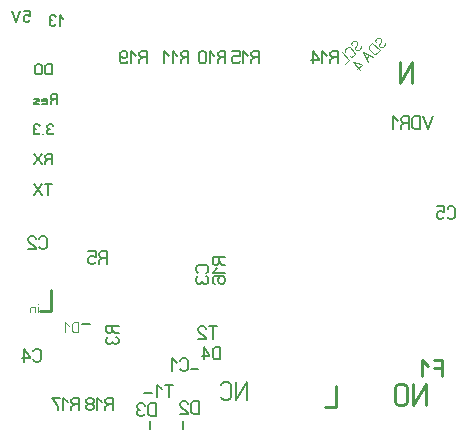
<source format=gbr>
%FSLAX32Y32*%
%MOMM*%
%LNBESTUECKUNG1*%
G71*
G01*
%ADD10C, 0.24*%
%ADD11C, 0.11*%
%ADD12C, 0.13*%
%ADD13C, 0.22*%
%ADD14C, 0.19*%
%ADD15C, 0.16*%
%LPD*%
G54D10*
X7363Y4242D02*
X7363Y4375D01*
X7293Y4375D01*
G54D10*
X7363Y4308D02*
X7293Y4308D01*
G54D10*
X7246Y4325D02*
X7196Y4375D01*
X7196Y4242D01*
G54D11*
X4283Y4609D02*
X4283Y4698D01*
X4249Y4698D01*
X4236Y4692D01*
X4229Y4681D01*
X4229Y4626D01*
X4236Y4615D01*
X4249Y4609D01*
X4283Y4609D01*
G54D11*
X4206Y4665D02*
X4172Y4698D01*
X4172Y4609D01*
G54D12*
X4571Y4633D02*
X4585Y4609D01*
X4598Y4601D01*
X4625Y4601D01*
G54D12*
X4625Y4665D02*
X4518Y4665D01*
X4518Y4625D01*
X4525Y4609D01*
X4538Y4601D01*
X4551Y4601D01*
X4565Y4609D01*
X4571Y4625D01*
X4571Y4665D01*
G54D12*
X4538Y4572D02*
X4525Y4564D01*
X4518Y4548D01*
X4518Y4532D01*
X4525Y4516D01*
X4538Y4508D01*
X4551Y4508D01*
X4565Y4516D01*
X4571Y4532D01*
X4578Y4516D01*
X4591Y4508D01*
X4605Y4508D01*
X4618Y4516D01*
X4625Y4532D01*
X4625Y4548D01*
X4618Y4564D01*
X4605Y4572D01*
G54D12*
X5148Y4303D02*
X5156Y4290D01*
X5172Y4283D01*
X5188Y4283D01*
X5204Y4290D01*
X5212Y4303D01*
X5212Y4370D01*
X5204Y4383D01*
X5188Y4390D01*
X5172Y4390D01*
X5156Y4383D01*
X5148Y4370D01*
G54D12*
X5119Y4350D02*
X5079Y4390D01*
X5079Y4283D01*
G54D12*
X5052Y4061D02*
X5052Y4168D01*
G54D12*
X5084Y4168D02*
X5020Y4168D01*
G54D12*
X4991Y4128D02*
X4951Y4168D01*
X4951Y4061D01*
G54D13*
X7111Y6724D02*
X7111Y6902D01*
X7004Y6724D01*
X7004Y6902D01*
G54D12*
X5426Y4553D02*
X5426Y4660D01*
G54D12*
X5458Y4660D02*
X5394Y4660D01*
G54D12*
X5301Y4553D02*
X5365Y4553D01*
X5365Y4560D01*
X5357Y4573D01*
X5309Y4613D01*
X5301Y4627D01*
X5301Y4640D01*
X5309Y4653D01*
X5325Y4660D01*
X5341Y4660D01*
X5357Y4653D01*
X5365Y4640D01*
G54D12*
X7286Y6438D02*
X7246Y6331D01*
X7206Y6438D01*
G54D12*
X7177Y6331D02*
X7177Y6438D01*
X7137Y6438D01*
X7121Y6431D01*
X7113Y6418D01*
X7113Y6351D01*
X7121Y6338D01*
X7137Y6331D01*
X7177Y6331D01*
G54D12*
X7052Y6385D02*
X7028Y6371D01*
X7020Y6358D01*
X7020Y6331D01*
G54D12*
X7084Y6331D02*
X7084Y6438D01*
X7044Y6438D01*
X7028Y6431D01*
X7020Y6418D01*
X7020Y6405D01*
X7028Y6391D01*
X7044Y6385D01*
X7084Y6385D01*
G54D12*
X6991Y6398D02*
X6951Y6438D01*
X6951Y6331D01*
G54D12*
X5475Y5215D02*
X5488Y5191D01*
X5501Y5183D01*
X5528Y5183D01*
G54D12*
X5528Y5247D02*
X5421Y5247D01*
X5421Y5207D01*
X5428Y5191D01*
X5441Y5183D01*
X5455Y5183D01*
X5468Y5191D01*
X5475Y5207D01*
X5475Y5247D01*
G54D12*
X5461Y5154D02*
X5421Y5114D01*
X5528Y5114D01*
G54D12*
X5441Y5021D02*
X5428Y5029D01*
X5421Y5045D01*
X5421Y5061D01*
X5428Y5077D01*
X5441Y5085D01*
X5475Y5085D01*
X5481Y5085D01*
X5468Y5061D01*
X5468Y5045D01*
X5475Y5029D01*
X5488Y5021D01*
X5508Y5021D01*
X5521Y5029D01*
X5528Y5045D01*
X5528Y5061D01*
X5521Y5077D01*
X5508Y5085D01*
X5475Y5085D01*
G54D12*
X5365Y5114D02*
X5379Y5122D01*
X5385Y5138D01*
X5385Y5154D01*
X5379Y5170D01*
X5365Y5178D01*
X5299Y5178D01*
X5285Y5170D01*
X5279Y5154D01*
X5279Y5138D01*
X5285Y5122D01*
X5299Y5114D01*
G54D12*
X5299Y5085D02*
X5285Y5077D01*
X5279Y5061D01*
X5279Y5045D01*
X5285Y5029D01*
X5299Y5021D01*
X5312Y5021D01*
X5325Y5029D01*
X5332Y5045D01*
X5339Y5029D01*
X5352Y5021D01*
X5365Y5021D01*
X5379Y5029D01*
X5385Y5045D01*
X5385Y5061D01*
X5379Y5077D01*
X5365Y5085D01*
G54D12*
X4840Y4093D02*
X4904Y4093D01*
G54D12*
X4256Y4003D02*
X4232Y3990D01*
X4224Y3977D01*
X4224Y3950D01*
G54D12*
X4288Y3950D02*
X4288Y4057D01*
X4248Y4057D01*
X4232Y4050D01*
X4224Y4037D01*
X4224Y4023D01*
X4232Y4010D01*
X4248Y4003D01*
X4288Y4003D01*
G54D12*
X4195Y4017D02*
X4155Y4057D01*
X4155Y3950D01*
G54D12*
X4126Y4057D02*
X4062Y4057D01*
X4070Y4043D01*
X4086Y4023D01*
X4102Y3997D01*
X4110Y3977D01*
X4110Y3950D01*
G54D12*
X3901Y4383D02*
X3909Y4369D01*
X3925Y4363D01*
X3941Y4363D01*
X3957Y4369D01*
X3965Y4383D01*
X3965Y4449D01*
X3957Y4463D01*
X3941Y4469D01*
X3925Y4469D01*
X3909Y4463D01*
X3901Y4449D01*
G54D12*
X3824Y4363D02*
X3824Y4469D01*
X3872Y4403D01*
X3872Y4389D01*
X3808Y4389D01*
G54D12*
X7410Y5589D02*
X7418Y5576D01*
X7434Y5569D01*
X7450Y5569D01*
X7466Y5576D01*
X7474Y5589D01*
X7474Y5656D01*
X7466Y5669D01*
X7450Y5676D01*
X7434Y5676D01*
X7418Y5669D01*
X7410Y5656D01*
G54D12*
X7317Y5676D02*
X7381Y5676D01*
X7381Y5629D01*
X7373Y5629D01*
X7357Y5636D01*
X7341Y5636D01*
X7325Y5629D01*
X7317Y5616D01*
X7317Y5589D01*
X7325Y5576D01*
X7341Y5569D01*
X7357Y5569D01*
X7373Y5576D01*
X7381Y5589D01*
G54D13*
X6465Y4155D02*
X6465Y3978D01*
X6372Y3978D01*
G54D13*
X7224Y3994D02*
X7224Y4172D01*
X7117Y3994D01*
X7117Y4172D01*
G54D13*
X6961Y4138D02*
X6961Y4027D01*
X6975Y4005D01*
X7001Y3994D01*
X7028Y3994D01*
X7055Y4005D01*
X7068Y4027D01*
X7068Y4138D01*
X7055Y4161D01*
X7028Y4172D01*
X7001Y4172D01*
X6975Y4161D01*
X6961Y4138D01*
G54D14*
X5713Y4039D02*
X5713Y4190D01*
X5622Y4039D01*
X5622Y4190D01*
G54D14*
X5489Y4067D02*
X5501Y4049D01*
X5523Y4039D01*
X5546Y4039D01*
X5569Y4049D01*
X5580Y4067D01*
X5580Y4162D01*
X5569Y4181D01*
X5546Y4190D01*
X5523Y4190D01*
X5501Y4181D01*
X5489Y4162D01*
G54D12*
X5486Y4381D02*
X5486Y4488D01*
X5446Y4488D01*
X5430Y4481D01*
X5422Y4468D01*
X5422Y4401D01*
X5430Y4388D01*
X5446Y4381D01*
X5486Y4381D01*
G54D12*
X5345Y4381D02*
X5345Y4488D01*
X5393Y4421D01*
X5393Y4408D01*
X5329Y4408D01*
G54D12*
X5237Y4299D02*
X5301Y4299D01*
G54D12*
X4891Y3794D02*
X4891Y3858D01*
G54D12*
X4316Y4680D02*
X4380Y4680D01*
G54D12*
X4543Y4003D02*
X4519Y3990D01*
X4511Y3977D01*
X4511Y3950D01*
G54D12*
X4575Y3950D02*
X4575Y4057D01*
X4535Y4057D01*
X4519Y4050D01*
X4511Y4037D01*
X4511Y4023D01*
X4519Y4010D01*
X4535Y4003D01*
X4575Y4003D01*
G54D12*
X4482Y4017D02*
X4442Y4057D01*
X4442Y3950D01*
G54D12*
X4373Y4003D02*
X4389Y4003D01*
X4405Y4010D01*
X4413Y4023D01*
X4413Y4037D01*
X4405Y4050D01*
X4389Y4057D01*
X4373Y4057D01*
X4357Y4050D01*
X4349Y4037D01*
X4349Y4023D01*
X4357Y4010D01*
X4373Y4003D01*
X4357Y3997D01*
X4349Y3983D01*
X4349Y3970D01*
X4357Y3957D01*
X4373Y3950D01*
X4389Y3950D01*
X4405Y3957D01*
X4413Y3970D01*
X4413Y3983D01*
X4405Y3997D01*
X4389Y4003D01*
G54D12*
X5174Y3794D02*
X5174Y3858D01*
G54D15*
X4031Y5777D02*
X4031Y5866D01*
G54D15*
X4058Y5866D02*
X4004Y5866D01*
G54D15*
X3974Y5866D02*
X3907Y5777D01*
G54D15*
X3974Y5777D02*
X3907Y5866D01*
G54D15*
X4031Y6076D02*
X4011Y6065D01*
X4004Y6054D01*
X4004Y6032D01*
G54D15*
X4058Y6032D02*
X4058Y6121D01*
X4024Y6121D01*
X4011Y6115D01*
X4004Y6104D01*
X4004Y6093D01*
X4011Y6082D01*
X4024Y6076D01*
X4058Y6076D01*
G54D15*
X3974Y6121D02*
X3907Y6032D01*
G54D15*
X3974Y6032D02*
X3907Y6121D01*
G54D15*
X4073Y6358D02*
X4066Y6369D01*
X4053Y6375D01*
X4040Y6375D01*
X4026Y6369D01*
X4020Y6358D01*
X4020Y6347D01*
X4026Y6336D01*
X4040Y6330D01*
X4026Y6325D01*
X4020Y6313D01*
X4020Y6302D01*
X4026Y6291D01*
X4040Y6286D01*
X4053Y6286D01*
X4066Y6291D01*
X4073Y6302D01*
G54D15*
X3989Y6286D02*
X3989Y6286D01*
G54D15*
X3958Y6358D02*
X3951Y6369D01*
X3938Y6375D01*
X3925Y6375D01*
X3911Y6369D01*
X3905Y6358D01*
X3905Y6347D01*
X3911Y6336D01*
X3925Y6330D01*
X3911Y6325D01*
X3905Y6313D01*
X3905Y6302D01*
X3911Y6291D01*
X3925Y6286D01*
X3938Y6286D01*
X3951Y6291D01*
X3958Y6302D01*
G54D11*
X6675Y7038D02*
X6678Y7025D01*
X6673Y7012D01*
X6663Y7003D01*
X6650Y6997D01*
X6637Y7000D01*
X6629Y7008D01*
X6626Y7021D01*
X6632Y7034D01*
X6641Y7044D01*
X6647Y7057D01*
X6643Y7069D01*
X6636Y7077D01*
X6623Y7080D01*
X6610Y7075D01*
X6600Y7066D01*
X6595Y7052D01*
X6598Y7040D01*
G54D11*
X6583Y6946D02*
X6595Y6943D01*
X6609Y6948D01*
X6618Y6958D01*
X6624Y6971D01*
X6620Y6984D01*
X6581Y7023D01*
X6569Y7026D01*
X6555Y7021D01*
X6546Y7011D01*
X6540Y6998D01*
X6543Y6985D01*
G54D11*
X6515Y6980D02*
X6578Y6917D01*
X6545Y6884D01*
G54D11*
X6878Y7063D02*
X6882Y7051D01*
X6876Y7037D01*
X6867Y7028D01*
X6853Y7022D01*
X6841Y7025D01*
X6833Y7033D01*
X6830Y7046D01*
X6835Y7059D01*
X6845Y7069D01*
X6850Y7082D01*
X6847Y7095D01*
X6839Y7102D01*
X6827Y7106D01*
X6813Y7100D01*
X6804Y7091D01*
X6798Y7077D01*
X6801Y7065D01*
G54D11*
X6836Y6997D02*
X6773Y7060D01*
X6749Y7036D01*
X6744Y7023D01*
X6747Y7010D01*
X6786Y6971D01*
X6799Y6968D01*
X6812Y6973D01*
X6836Y6997D01*
G54D11*
X6781Y6943D02*
X6695Y6982D01*
X6734Y6895D01*
G54D11*
X6748Y6957D02*
X6720Y6928D01*
G54D11*
X6671Y6832D02*
X6608Y6895D01*
X6676Y6884D01*
X6684Y6876D01*
X6646Y6839D01*
G54D15*
X4076Y6584D02*
X4056Y6573D01*
X4049Y6562D01*
X4049Y6540D01*
G54D15*
X4102Y6540D02*
X4102Y6629D01*
X4069Y6629D01*
X4056Y6623D01*
X4049Y6612D01*
X4049Y6601D01*
X4056Y6590D01*
X4069Y6584D01*
X4102Y6584D01*
G54D15*
X3978Y6545D02*
X3989Y6540D01*
X4002Y6540D01*
X4016Y6545D01*
X4018Y6556D01*
X4018Y6575D01*
X4012Y6586D01*
X3998Y6590D01*
X3985Y6586D01*
X3978Y6579D01*
X3978Y6567D01*
X4018Y6567D01*
G54D15*
X3948Y6545D02*
X3934Y6540D01*
X3921Y6540D01*
X3908Y6545D01*
X3908Y6556D01*
X3914Y6562D01*
X3941Y6567D01*
X3948Y6573D01*
X3948Y6584D01*
X3934Y6590D01*
X3921Y6590D01*
X3908Y6584D01*
G54D15*
X4057Y6794D02*
X4057Y6883D01*
X4024Y6883D01*
X4011Y6877D01*
X4004Y6866D01*
X4004Y6810D01*
X4011Y6799D01*
X4024Y6794D01*
X4057Y6794D01*
G54D15*
X3920Y6866D02*
X3920Y6810D01*
X3927Y6799D01*
X3940Y6794D01*
X3953Y6794D01*
X3967Y6799D01*
X3973Y6810D01*
X3973Y6866D01*
X3967Y6877D01*
X3953Y6883D01*
X3940Y6883D01*
X3927Y6877D01*
X3920Y6866D01*
G54D12*
X3952Y5335D02*
X3960Y5322D01*
X3976Y5315D01*
X3992Y5315D01*
X4008Y5322D01*
X4016Y5335D01*
X4016Y5402D01*
X4008Y5415D01*
X3992Y5422D01*
X3976Y5422D01*
X3960Y5415D01*
X3952Y5402D01*
G54D12*
X3859Y5315D02*
X3923Y5315D01*
X3923Y5322D01*
X3915Y5335D01*
X3867Y5375D01*
X3859Y5388D01*
X3859Y5402D01*
X3867Y5415D01*
X3883Y5422D01*
X3899Y5422D01*
X3915Y5415D01*
X3923Y5402D01*
G54D15*
X4158Y7262D02*
X4125Y7295D01*
X4125Y7206D01*
G54D15*
X4094Y7279D02*
X4088Y7290D01*
X4074Y7295D01*
X4061Y7295D01*
X4048Y7290D01*
X4041Y7279D01*
X4041Y7267D01*
X4048Y7256D01*
X4061Y7251D01*
X4048Y7245D01*
X4041Y7234D01*
X4041Y7223D01*
X4048Y7212D01*
X4061Y7206D01*
X4074Y7206D01*
X4088Y7212D01*
X4094Y7223D01*
G54D15*
X3821Y7327D02*
X3874Y7327D01*
X3874Y7288D01*
X3867Y7288D01*
X3854Y7294D01*
X3841Y7294D01*
X3827Y7288D01*
X3821Y7277D01*
X3821Y7255D01*
X3827Y7244D01*
X3841Y7238D01*
X3854Y7238D01*
X3867Y7244D01*
X3874Y7255D01*
G54D15*
X3790Y7327D02*
X3757Y7238D01*
X3723Y7327D01*
G54D13*
X4052Y4965D02*
X4052Y4787D01*
X3959Y4787D01*
G54D11*
X3939Y4779D02*
X3939Y4829D01*
G54D11*
X3939Y4846D02*
X3939Y4846D01*
G54D11*
X3915Y4779D02*
X3915Y4829D01*
G54D11*
X3915Y4818D02*
X3908Y4826D01*
X3895Y4829D01*
X3882Y4826D01*
X3875Y4818D01*
X3875Y4779D01*
G54D12*
X4492Y5241D02*
X4468Y5228D01*
X4460Y5215D01*
X4460Y5188D01*
G54D12*
X4524Y5188D02*
X4524Y5295D01*
X4484Y5295D01*
X4468Y5288D01*
X4460Y5275D01*
X4460Y5261D01*
X4468Y5248D01*
X4484Y5241D01*
X4524Y5241D01*
G54D12*
X4367Y5295D02*
X4431Y5295D01*
X4431Y5248D01*
X4423Y5248D01*
X4407Y5255D01*
X4391Y5255D01*
X4375Y5248D01*
X4367Y5235D01*
X4367Y5208D01*
X4375Y5195D01*
X4391Y5188D01*
X4407Y5188D01*
X4423Y5195D01*
X4431Y5208D01*
G54D12*
X5183Y6940D02*
X5159Y6927D01*
X5151Y6913D01*
X5151Y6887D01*
G54D12*
X5215Y6887D02*
X5215Y6993D01*
X5175Y6993D01*
X5159Y6987D01*
X5151Y6973D01*
X5151Y6960D01*
X5159Y6947D01*
X5175Y6940D01*
X5215Y6940D01*
G54D12*
X5122Y6953D02*
X5082Y6993D01*
X5082Y6887D01*
G54D12*
X5053Y6953D02*
X5013Y6993D01*
X5013Y6887D01*
G54D12*
X5496Y6940D02*
X5472Y6927D01*
X5464Y6913D01*
X5464Y6887D01*
G54D12*
X5528Y6887D02*
X5528Y6993D01*
X5488Y6993D01*
X5472Y6987D01*
X5464Y6973D01*
X5464Y6960D01*
X5472Y6947D01*
X5488Y6940D01*
X5528Y6940D01*
G54D12*
X5435Y6953D02*
X5395Y6993D01*
X5395Y6887D01*
G54D12*
X5302Y6973D02*
X5302Y6907D01*
X5310Y6893D01*
X5326Y6887D01*
X5342Y6887D01*
X5358Y6893D01*
X5366Y6907D01*
X5366Y6973D01*
X5358Y6987D01*
X5342Y6993D01*
X5326Y6993D01*
X5310Y6987D01*
X5302Y6973D01*
G54D12*
X5782Y6940D02*
X5758Y6927D01*
X5750Y6913D01*
X5750Y6887D01*
G54D12*
X5814Y6887D02*
X5814Y6993D01*
X5774Y6993D01*
X5758Y6987D01*
X5750Y6973D01*
X5750Y6960D01*
X5758Y6947D01*
X5774Y6940D01*
X5814Y6940D01*
G54D12*
X5721Y6953D02*
X5681Y6993D01*
X5681Y6887D01*
G54D12*
X5588Y6993D02*
X5652Y6993D01*
X5652Y6947D01*
X5644Y6947D01*
X5628Y6953D01*
X5612Y6953D01*
X5596Y6947D01*
X5588Y6933D01*
X5588Y6907D01*
X5596Y6893D01*
X5612Y6887D01*
X5628Y6887D01*
X5644Y6893D01*
X5652Y6907D01*
G54D12*
X4830Y6940D02*
X4806Y6927D01*
X4798Y6913D01*
X4798Y6887D01*
G54D12*
X4862Y6887D02*
X4862Y6993D01*
X4822Y6993D01*
X4806Y6987D01*
X4798Y6973D01*
X4798Y6960D01*
X4806Y6947D01*
X4822Y6940D01*
X4862Y6940D01*
G54D12*
X4769Y6953D02*
X4729Y6993D01*
X4729Y6887D01*
G54D12*
X4700Y6907D02*
X4692Y6893D01*
X4676Y6887D01*
X4660Y6887D01*
X4644Y6893D01*
X4636Y6907D01*
X4636Y6940D01*
X4636Y6947D01*
X4660Y6933D01*
X4676Y6933D01*
X4692Y6940D01*
X4700Y6953D01*
X4700Y6973D01*
X4692Y6987D01*
X4676Y6993D01*
X4660Y6993D01*
X4644Y6987D01*
X4636Y6973D01*
X4636Y6940D01*
G54D12*
X6449Y6940D02*
X6425Y6927D01*
X6417Y6913D01*
X6417Y6887D01*
G54D12*
X6481Y6887D02*
X6481Y6993D01*
X6441Y6993D01*
X6425Y6987D01*
X6417Y6973D01*
X6417Y6960D01*
X6425Y6947D01*
X6441Y6940D01*
X6481Y6940D01*
G54D12*
X6388Y6953D02*
X6348Y6993D01*
X6348Y6887D01*
G54D12*
X6271Y6887D02*
X6271Y6993D01*
X6319Y6927D01*
X6319Y6913D01*
X6255Y6913D01*
G54D12*
X5302Y3918D02*
X5302Y4025D01*
X5262Y4025D01*
X5246Y4018D01*
X5238Y4005D01*
X5238Y3938D01*
X5246Y3925D01*
X5262Y3918D01*
X5302Y3918D01*
G54D12*
X5145Y3918D02*
X5209Y3918D01*
X5209Y3925D01*
X5201Y3938D01*
X5153Y3978D01*
X5145Y3991D01*
X5145Y4005D01*
X5153Y4018D01*
X5169Y4025D01*
X5185Y4025D01*
X5201Y4018D01*
X5209Y4005D01*
G54D12*
X4939Y3902D02*
X4939Y4009D01*
X4899Y4009D01*
X4883Y4002D01*
X4875Y3989D01*
X4875Y3922D01*
X4883Y3909D01*
X4899Y3902D01*
X4939Y3902D01*
G54D12*
X4846Y3989D02*
X4838Y4002D01*
X4822Y4009D01*
X4806Y4009D01*
X4790Y4002D01*
X4782Y3989D01*
X4782Y3975D01*
X4790Y3962D01*
X4806Y3955D01*
X4790Y3949D01*
X4782Y3935D01*
X4782Y3922D01*
X4790Y3909D01*
X4806Y3902D01*
X4822Y3902D01*
X4838Y3909D01*
X4846Y3922D01*
M02*

</source>
